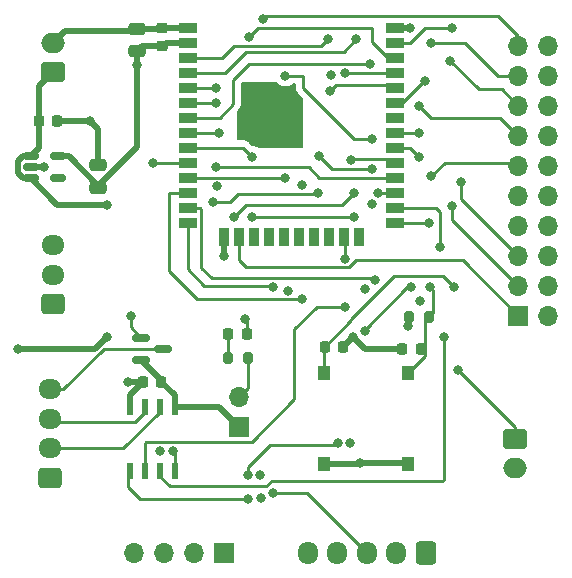
<source format=gtl>
%TF.GenerationSoftware,KiCad,Pcbnew,7.0.9*%
%TF.CreationDate,2023-12-28T11:13:04-05:00*%
%TF.ProjectId,esp32_sensor_node,65737033-325f-4736-956e-736f725f6e6f,rev?*%
%TF.SameCoordinates,Original*%
%TF.FileFunction,Copper,L1,Top*%
%TF.FilePolarity,Positive*%
%FSLAX46Y46*%
G04 Gerber Fmt 4.6, Leading zero omitted, Abs format (unit mm)*
G04 Created by KiCad (PCBNEW 7.0.9) date 2023-12-28 11:13:04*
%MOMM*%
%LPD*%
G01*
G04 APERTURE LIST*
G04 Aperture macros list*
%AMRoundRect*
0 Rectangle with rounded corners*
0 $1 Rounding radius*
0 $2 $3 $4 $5 $6 $7 $8 $9 X,Y pos of 4 corners*
0 Add a 4 corners polygon primitive as box body*
4,1,4,$2,$3,$4,$5,$6,$7,$8,$9,$2,$3,0*
0 Add four circle primitives for the rounded corners*
1,1,$1+$1,$2,$3*
1,1,$1+$1,$4,$5*
1,1,$1+$1,$6,$7*
1,1,$1+$1,$8,$9*
0 Add four rect primitives between the rounded corners*
20,1,$1+$1,$2,$3,$4,$5,0*
20,1,$1+$1,$4,$5,$6,$7,0*
20,1,$1+$1,$6,$7,$8,$9,0*
20,1,$1+$1,$8,$9,$2,$3,0*%
G04 Aperture macros list end*
%TA.AperFunction,SMDPad,CuDef*%
%ADD10R,1.000000X1.250000*%
%TD*%
%TA.AperFunction,SMDPad,CuDef*%
%ADD11RoundRect,0.225000X-0.225000X-0.250000X0.225000X-0.250000X0.225000X0.250000X-0.225000X0.250000X0*%
%TD*%
%TA.AperFunction,ComponentPad*%
%ADD12RoundRect,0.250000X0.750000X-0.600000X0.750000X0.600000X-0.750000X0.600000X-0.750000X-0.600000X0*%
%TD*%
%TA.AperFunction,ComponentPad*%
%ADD13O,2.000000X1.700000*%
%TD*%
%TA.AperFunction,ComponentPad*%
%ADD14RoundRect,0.250000X0.725000X-0.600000X0.725000X0.600000X-0.725000X0.600000X-0.725000X-0.600000X0*%
%TD*%
%TA.AperFunction,ComponentPad*%
%ADD15O,1.950000X1.700000*%
%TD*%
%TA.AperFunction,SMDPad,CuDef*%
%ADD16RoundRect,0.200000X0.200000X0.275000X-0.200000X0.275000X-0.200000X-0.275000X0.200000X-0.275000X0*%
%TD*%
%TA.AperFunction,SMDPad,CuDef*%
%ADD17RoundRect,0.250000X0.475000X-0.250000X0.475000X0.250000X-0.475000X0.250000X-0.475000X-0.250000X0*%
%TD*%
%TA.AperFunction,SMDPad,CuDef*%
%ADD18RoundRect,0.225000X0.225000X0.250000X-0.225000X0.250000X-0.225000X-0.250000X0.225000X-0.250000X0*%
%TD*%
%TA.AperFunction,ComponentPad*%
%ADD19R,1.700000X1.700000*%
%TD*%
%TA.AperFunction,ComponentPad*%
%ADD20O,1.700000X1.700000*%
%TD*%
%TA.AperFunction,SMDPad,CuDef*%
%ADD21RoundRect,0.150000X-0.512500X-0.150000X0.512500X-0.150000X0.512500X0.150000X-0.512500X0.150000X0*%
%TD*%
%TA.AperFunction,ComponentPad*%
%ADD22RoundRect,0.250000X-0.750000X0.600000X-0.750000X-0.600000X0.750000X-0.600000X0.750000X0.600000X0*%
%TD*%
%TA.AperFunction,SMDPad,CuDef*%
%ADD23RoundRect,0.150000X-0.587500X-0.150000X0.587500X-0.150000X0.587500X0.150000X-0.587500X0.150000X0*%
%TD*%
%TA.AperFunction,SMDPad,CuDef*%
%ADD24RoundRect,0.225000X0.250000X-0.225000X0.250000X0.225000X-0.250000X0.225000X-0.250000X-0.225000X0*%
%TD*%
%TA.AperFunction,ComponentPad*%
%ADD25RoundRect,0.250000X0.600000X0.725000X-0.600000X0.725000X-0.600000X-0.725000X0.600000X-0.725000X0*%
%TD*%
%TA.AperFunction,ComponentPad*%
%ADD26O,1.700000X1.950000*%
%TD*%
%TA.AperFunction,SMDPad,CuDef*%
%ADD27R,1.500000X0.900000*%
%TD*%
%TA.AperFunction,SMDPad,CuDef*%
%ADD28R,0.900000X1.500000*%
%TD*%
%TA.AperFunction,SMDPad,CuDef*%
%ADD29R,0.900000X0.900000*%
%TD*%
%TA.AperFunction,SMDPad,CuDef*%
%ADD30R,0.533400X1.460500*%
%TD*%
%TA.AperFunction,SMDPad,CuDef*%
%ADD31RoundRect,0.218750X-0.218750X-0.256250X0.218750X-0.256250X0.218750X0.256250X-0.218750X0.256250X0*%
%TD*%
%TA.AperFunction,SMDPad,CuDef*%
%ADD32RoundRect,0.200000X-0.200000X-0.275000X0.200000X-0.275000X0.200000X0.275000X-0.200000X0.275000X0*%
%TD*%
%TA.AperFunction,ViaPad*%
%ADD33C,0.800000*%
%TD*%
%TA.AperFunction,Conductor*%
%ADD34C,0.500000*%
%TD*%
%TA.AperFunction,Conductor*%
%ADD35C,0.254000*%
%TD*%
G04 APERTURE END LIST*
D10*
%TO.P,SW2,1*%
%TO.N,GND*%
X48360000Y-67186000D03*
%TO.P,SW2,2*%
%TO.N,GPIO0{slash}BOOT*%
X48360000Y-59436000D03*
%TD*%
D11*
%TO.P,C6,1*%
%TO.N,GPIO0{slash}BOOT*%
X48374000Y-57277000D03*
%TO.P,C6,2*%
%TO.N,GND*%
X49924000Y-57277000D03*
%TD*%
D12*
%TO.P,J_PWRIN1,1,Pin_1*%
%TO.N,+5V*%
X25400000Y-33996000D03*
D13*
%TO.P,J_PWRIN1,2,Pin_2*%
%TO.N,GND*%
X25400000Y-31496000D03*
%TD*%
D14*
%TO.P,JST_XH_AIR1,1,Pin_1*%
%TO.N,+3.3V*%
X25400000Y-53641000D03*
D15*
%TO.P,JST_XH_AIR1,2,Pin_2*%
%TO.N,Net-(JST_XH_AIR1-Pin_2)*%
X25400000Y-51141000D03*
%TO.P,JST_XH_AIR1,3,Pin_3*%
%TO.N,GND*%
X25400000Y-48641000D03*
%TD*%
D11*
%TO.P,C7_MAXDECOUP1,1*%
%TO.N,+3.3V*%
X33007000Y-60198000D03*
%TO.P,C7_MAXDECOUP1,2*%
%TO.N,GND*%
X34557000Y-60198000D03*
%TD*%
D14*
%TO.P,JST_XH_SOIL5V1,1,Pin_1*%
%TO.N,+5V*%
X25146000Y-68326000D03*
D15*
%TO.P,JST_XH_SOIL5V1,2,Pin_2*%
%TO.N,Net-(JST_XH_SOIL5V1-Pin_2)*%
X25146000Y-65826000D03*
%TO.P,JST_XH_SOIL5V1,3,Pin_3*%
%TO.N,Net-(JST_XH_SOIL5V1-Pin_3)*%
X25146000Y-63326000D03*
%TO.P,JST_XH_SOIL5V1,4,Pin_4*%
%TO.N,Net-(JST_XH_SOIL5V1-Pin_4)*%
X25146000Y-60826000D03*
%TD*%
D16*
%TO.P,R2,1*%
%TO.N,Net-(JP1-B)*%
X41882000Y-58166000D03*
%TO.P,R2,2*%
%TO.N,Net-(D1-K)*%
X40232000Y-58166000D03*
%TD*%
D17*
%TO.P,C4,2*%
%TO.N,GND*%
X32512000Y-30292000D03*
%TO.P,C4,1*%
%TO.N,+3.3V*%
X32512000Y-32192000D03*
%TD*%
D18*
%TO.P,C5,1*%
%TO.N,RESET*%
X56514000Y-57404000D03*
%TO.P,C5,2*%
%TO.N,GND*%
X54964000Y-57404000D03*
%TD*%
D19*
%TO.P,J_PROG1,1,Pin_1*%
%TO.N,Net-(J_PROG1-Pin_1)*%
X39878000Y-74676000D03*
D20*
%TO.P,J_PROG1,2,Pin_2*%
%TO.N,Net-(J_PROG1-Pin_2)*%
X37338000Y-74676000D03*
%TO.P,J_PROG1,3,Pin_3*%
%TO.N,+5V*%
X34798000Y-74676000D03*
%TO.P,J_PROG1,4,Pin_4*%
%TO.N,GND*%
X32258000Y-74676000D03*
%TD*%
D21*
%TO.P,U1,1,IN*%
%TO.N,+5V*%
X23531400Y-41076800D03*
%TO.P,U1,2,GND*%
%TO.N,GND*%
X23531400Y-42026800D03*
%TO.P,U1,3,EN*%
%TO.N,+5V*%
X23531400Y-42976800D03*
%TO.P,U1,4,BP*%
%TO.N,unconnected-(U1-BP-Pad4)*%
X25806400Y-42976800D03*
%TO.P,U1,5,OUT*%
%TO.N,+3.3V*%
X25806400Y-41076800D03*
%TD*%
D10*
%TO.P,SW1,1*%
%TO.N,GND*%
X55472000Y-67186000D03*
%TO.P,SW1,2*%
%TO.N,RESET*%
X55472000Y-59436000D03*
%TD*%
D22*
%TO.P,J_ACT_OUT1,1,Pin_1*%
%TO.N,Net-(J_ACT_OUT1-Pin_1)*%
X64516000Y-65024000D03*
D13*
%TO.P,J_ACT_OUT1,2,Pin_2*%
%TO.N,GND*%
X64516000Y-67524000D03*
%TD*%
D19*
%TO.P,JP1,1,A*%
%TO.N,GND*%
X41121000Y-64008000D03*
D20*
%TO.P,JP1,2,B*%
%TO.N,Net-(JP1-B)*%
X41121000Y-61468000D03*
%TD*%
D11*
%TO.P,C1,1*%
%TO.N,+5V*%
X24204000Y-38100000D03*
%TO.P,C1,2*%
%TO.N,GND*%
X25754000Y-38100000D03*
%TD*%
D17*
%TO.P,C2,1*%
%TO.N,+3.3V*%
X29210000Y-43762000D03*
%TO.P,C2,2*%
%TO.N,GND*%
X29210000Y-41862000D03*
%TD*%
D19*
%TO.P,J1,1,Pin_1*%
%TO.N,GPIO13*%
X64770000Y-54610000D03*
D20*
%TO.P,J1,2,Pin_2*%
%TO.N,+3.3V*%
X67310000Y-54610000D03*
%TO.P,J1,3,Pin_3*%
%TO.N,GPIO18*%
X64770000Y-52070000D03*
%TO.P,J1,4,Pin_4*%
%TO.N,+3.3V*%
X67310000Y-52070000D03*
%TO.P,J1,5,Pin_5*%
%TO.N,GPIO19*%
X64770000Y-49530000D03*
%TO.P,J1,6,Pin_6*%
%TO.N,GND*%
X67310000Y-49530000D03*
%TO.P,J1,7,Pin_7*%
%TO.N,GPIO21*%
X64770000Y-46990000D03*
%TO.P,J1,8,Pin_8*%
%TO.N,GND*%
X67310000Y-46990000D03*
%TO.P,J1,9,Pin_9*%
%TO.N,GPIO23*%
X64770000Y-44450000D03*
%TO.P,J1,10,Pin_10*%
%TO.N,GND*%
X67310000Y-44450000D03*
%TO.P,J1,11,Pin_11*%
%TO.N,GPIO26*%
X64770000Y-41910000D03*
%TO.P,J1,12,Pin_12*%
%TO.N,GND*%
X67310000Y-41910000D03*
%TO.P,J1,13,Pin_13*%
%TO.N,GPIO34*%
X64770000Y-39370000D03*
%TO.P,J1,14,Pin_14*%
%TO.N,GND*%
X67310000Y-39370000D03*
%TO.P,J1,15,Pin_15*%
%TO.N,GPIO35*%
X64770000Y-36830000D03*
%TO.P,J1,16,Pin_16*%
%TO.N,GND*%
X67310000Y-36830000D03*
%TO.P,J1,17,Pin_17*%
%TO.N,GPIO36*%
X64770000Y-34290000D03*
%TO.P,J1,18,Pin_18*%
%TO.N,GND*%
X67310000Y-34290000D03*
%TO.P,J1,19,Pin_19*%
%TO.N,GPIO39*%
X64770000Y-31750000D03*
%TO.P,J1,20,Pin_20*%
%TO.N,GND*%
X67310000Y-31750000D03*
%TD*%
D23*
%TO.P,Q1,1,G*%
%TO.N,SENSOR_EN*%
X32844500Y-56454000D03*
%TO.P,Q1,2,S*%
%TO.N,GND*%
X32844500Y-58354000D03*
%TO.P,Q1,3,D*%
%TO.N,Net-(JST_XH_SOIL5V1-Pin_4)*%
X34719500Y-57404000D03*
%TD*%
D24*
%TO.P,C3,2*%
%TO.N,GND*%
X34644000Y-30213000D03*
%TO.P,C3,1*%
%TO.N,+3.3V*%
X34644000Y-31763000D03*
%TD*%
D25*
%TO.P,JST_XH_CC1,1,Pin_1*%
%TO.N,ACT_IN*%
X56956000Y-74676000D03*
D26*
%TO.P,JST_XH_CC1,2,Pin_2*%
%TO.N,TX_CC*%
X54456000Y-74676000D03*
%TO.P,JST_XH_CC1,3,Pin_3*%
%TO.N,RX_CC*%
X51956000Y-74676000D03*
%TO.P,JST_XH_CC1,4,Pin_4*%
%TO.N,RDY*%
X49456000Y-74676000D03*
%TO.P,JST_XH_CC1,5,Pin_5*%
%TO.N,WKP*%
X46956000Y-74676000D03*
%TD*%
D27*
%TO.P,U2,1,GND*%
%TO.N,GND*%
X36816000Y-30226000D03*
%TO.P,U2,2,3V3*%
%TO.N,+3.3V*%
X36816000Y-31496000D03*
%TO.P,U2,3,EN/CHIP_PU*%
%TO.N,RESET*%
X36816000Y-32766000D03*
%TO.P,U2,4,SENSOR_VP/GPIO36/ADC1_CH0*%
%TO.N,GPIO36*%
X36816000Y-34036000D03*
%TO.P,U2,5,SENSOR_VN/GPIO39/ADC1_CH3*%
%TO.N,GPIO39*%
X36816000Y-35306000D03*
%TO.P,U2,6,GPIO34/ADC1_CH6*%
%TO.N,GPIO34*%
X36816000Y-36576000D03*
%TO.P,U2,7,GPIO35/ADC1_CH7*%
%TO.N,GPIO35*%
X36816000Y-37846000D03*
%TO.P,U2,8,32K_XP/GPIO32/ADC1_CH4*%
%TO.N,Net-(J_ACT_OUT1-Pin_1)*%
X36816000Y-39116000D03*
%TO.P,U2,9,32K_XN/GPIO33/ADC1_CH5*%
%TO.N,ACT_IN*%
X36816000Y-40386000D03*
%TO.P,U2,10,DAC_1/ADC2_CH8/GPIO25*%
%TO.N,SENSOR_EN*%
X36816000Y-41656000D03*
%TO.P,U2,11,DAC_2/ADC2_CH9/GPIO26*%
%TO.N,GPIO26*%
X36816000Y-42926000D03*
%TO.P,U2,12,ADC2_CH7/GPIO27*%
%TO.N,WKP*%
X36816000Y-44196000D03*
%TO.P,U2,13,MTMS/GPIO14/ADC2_CH6*%
%TO.N,TX_CC*%
X36816000Y-45466000D03*
%TO.P,U2,14,MTDI/GPIO12/ADC2_CH5*%
%TO.N,RX_CC*%
X36816000Y-46736000D03*
D28*
%TO.P,U2,15,GND*%
%TO.N,GND*%
X39846000Y-47986000D03*
%TO.P,U2,16,MTCK/GPIO13/ADC2_CH4*%
%TO.N,GPIO13*%
X41116000Y-47986000D03*
%TO.P,U2,17*%
%TO.N,N/C*%
X42386000Y-47986000D03*
%TO.P,U2,18*%
X43656000Y-47986000D03*
%TO.P,U2,19*%
X44926000Y-47986000D03*
%TO.P,U2,20*%
X46196000Y-47986000D03*
%TO.P,U2,21*%
X47466000Y-47986000D03*
%TO.P,U2,22*%
X48736000Y-47986000D03*
%TO.P,U2,23,MTDO/GPIO15/ADC2_CH3*%
%TO.N,RS485_\u002ARE*%
X50006000Y-47986000D03*
%TO.P,U2,24,ADC2_CH2/GPIO2*%
%TO.N,GPIO2_DONT_USE*%
X51276000Y-47986000D03*
D27*
%TO.P,U2,25,GPIO0/BOOT/ADC2_CH1*%
%TO.N,GPIO0{slash}BOOT*%
X54316000Y-46736000D03*
%TO.P,U2,26,ADC2_CH0/GPIO4*%
%TO.N,Net-(U2-ADC2_CH0{slash}GPIO4)*%
X54316000Y-45466000D03*
%TO.P,U2,27,GPIO16*%
%TO.N,Net-(U2-GPIO16)*%
X54316000Y-44196000D03*
%TO.P,U2,28,GPIO17*%
%TO.N,Net-(U2-GPIO17)*%
X54316000Y-42926000D03*
%TO.P,U2,29,GPIO5*%
%TO.N,RDY*%
X54316000Y-41656000D03*
%TO.P,U2,30,GPIO18*%
%TO.N,GPIO18*%
X54316000Y-40386000D03*
%TO.P,U2,31,GPIO19*%
%TO.N,GPIO19*%
X54316000Y-39116000D03*
%TO.P,U2,32*%
%TO.N,N/C*%
X54316000Y-37846000D03*
%TO.P,U2,33,GPIO21*%
%TO.N,GPIO21*%
X54316000Y-36576000D03*
%TO.P,U2,34,U0RXD/GPIO3*%
%TO.N,Net-(J_PROG1-Pin_1)*%
X54316000Y-35306000D03*
%TO.P,U2,35,U0TXD/GPIO1*%
%TO.N,Net-(J_PROG1-Pin_2)*%
X54316000Y-34036000D03*
%TO.P,U2,36,GPIO22*%
%TO.N,Net-(JST_XH_AIR1-Pin_2)*%
X54316000Y-32766000D03*
%TO.P,U2,37,GPIO23*%
%TO.N,GPIO23*%
X54316000Y-31496000D03*
%TO.P,U2,38,GND*%
%TO.N,GND*%
X54316000Y-30226000D03*
D29*
%TO.P,U2,39,GND_THERMAL*%
X42666000Y-36546000D03*
X42666000Y-36546000D03*
X42666000Y-37946000D03*
X42666000Y-39346000D03*
X42666000Y-39346000D03*
X44066000Y-36546000D03*
X44066000Y-37946000D03*
X44066000Y-39346000D03*
X44066000Y-39346000D03*
X45466000Y-36546000D03*
X45466000Y-37946000D03*
X45466000Y-39346000D03*
%TD*%
D30*
%TO.P,U3,1,RO*%
%TO.N,Net-(U2-GPIO16)*%
X31877000Y-67748150D03*
%TO.P,U3,2,\u002ARE*%
%TO.N,RS485_\u002ARE*%
X33147000Y-67748150D03*
%TO.P,U3,3,DE*%
%TO.N,Net-(U2-ADC2_CH0{slash}GPIO4)*%
X34417000Y-67748150D03*
%TO.P,U3,4,DI*%
%TO.N,Net-(U2-GPIO17)*%
X35687000Y-67748150D03*
%TO.P,U3,5,GND*%
%TO.N,GND*%
X35687000Y-62299850D03*
%TO.P,U3,6,A*%
%TO.N,Net-(JST_XH_SOIL5V1-Pin_2)*%
X34417000Y-62299850D03*
%TO.P,U3,7,B*%
%TO.N,Net-(JST_XH_SOIL5V1-Pin_3)*%
X33147000Y-62299850D03*
%TO.P,U3,8,VCC*%
%TO.N,+3.3V*%
X31877000Y-62299850D03*
%TD*%
D31*
%TO.P,D1,1,K*%
%TO.N,Net-(D1-K)*%
X40232000Y-56134000D03*
%TO.P,D1,2,A*%
%TO.N,+3.3V*%
X41807000Y-56134000D03*
%TD*%
D32*
%TO.P,R1,1*%
%TO.N,+3.3V*%
X55563000Y-54711600D03*
%TO.P,R1,2*%
%TO.N,RESET*%
X57213000Y-54711600D03*
%TD*%
D33*
%TO.N,+5V*%
X22452000Y-57404000D03*
X29972000Y-56388000D03*
X29972000Y-45212000D03*
%TO.N,+3.3V*%
X31750000Y-60198000D03*
X55472000Y-55499000D03*
X32512000Y-33401000D03*
X41656000Y-54864000D03*
%TO.N,GPIO18*%
X56388000Y-41148000D03*
X59182000Y-45339000D03*
%TO.N,GPIO19*%
X56388000Y-39116000D03*
X59944000Y-43307000D03*
%TO.N,GPIO21*%
X56845200Y-34696400D03*
%TO.N,GPIO23*%
X59182000Y-30226000D03*
%TO.N,GPIO26*%
X45058000Y-42926000D03*
X52424000Y-42164000D03*
X57404000Y-42799000D03*
X47904400Y-41046400D03*
%TO.N,ACT_IN*%
X42264000Y-46228000D03*
X50836500Y-46291500D03*
X42264000Y-41148000D03*
%TO.N,TX_CC*%
X52678000Y-51562000D03*
%TO.N,RX_CC*%
X44042000Y-52205500D03*
X44042000Y-69596000D03*
%TO.N,GPIO34*%
X52424000Y-39624000D03*
X56388000Y-36830000D03*
X39216000Y-36576000D03*
X45058000Y-34290000D03*
%TO.N,RDY*%
X50646000Y-41402000D03*
%TO.N,GPIO35*%
X59028000Y-33020000D03*
X52197000Y-33309500D03*
%TO.N,WKP*%
X46455000Y-53213000D03*
%TO.N,GPIO36*%
X57404000Y-31496000D03*
X51054000Y-31191200D03*
%TO.N,GPIO39*%
X39216000Y-35306000D03*
X43153000Y-29464000D03*
%TO.N,Net-(JST_XH_AIR1-Pin_2)*%
X42010000Y-30988000D03*
%TO.N,Net-(J_PROG1-Pin_1)*%
X48868000Y-35560000D03*
%TO.N,Net-(J_PROG1-Pin_2)*%
X47852000Y-44196000D03*
X50138000Y-34036000D03*
X38962000Y-44958000D03*
%TO.N,SENSOR_EN*%
X31977000Y-54610000D03*
X33882000Y-41656000D03*
%TO.N,RS485_\u002ARE*%
X50138000Y-49784000D03*
X50138000Y-53848000D03*
%TO.N,GND*%
X51765200Y-52374800D03*
X56489600Y-53340000D03*
X50808500Y-56388000D03*
X43027600Y-70053200D03*
X52374800Y-45110400D03*
X44957500Y-37338000D03*
X51408000Y-67056000D03*
X44957500Y-38608000D03*
X55626000Y-30226000D03*
X45262800Y-52476400D03*
X28548000Y-38100000D03*
X48920400Y-34239200D03*
X46431200Y-43535600D03*
X50572064Y-65354864D03*
X42909503Y-68072000D03*
X24638000Y-42011600D03*
X43534000Y-38608000D03*
X39846000Y-49530000D03*
X43280000Y-37338000D03*
X34442400Y-66040000D03*
X39242511Y-43652500D03*
%TO.N,RESET*%
X48666400Y-31140400D03*
X57277000Y-52197000D03*
%TO.N,GPIO0{slash}BOOT*%
X57250000Y-46736000D03*
X59309000Y-52197000D03*
%TO.N,Net-(U2-ADC2_CH0{slash}GPIO4)*%
X58520000Y-56388000D03*
X58166000Y-48768000D03*
%TO.N,Net-(U2-GPIO16)*%
X51789000Y-55880000D03*
X41910000Y-70104000D03*
X41910000Y-68072000D03*
X55709545Y-52215912D03*
X52932000Y-44196000D03*
X49494500Y-65405000D03*
%TO.N,Net-(U2-GPIO17)*%
X35560000Y-66040000D03*
X39216000Y-42037000D03*
%TO.N,Net-(J_ACT_OUT1-Pin_1)*%
X39470000Y-39116000D03*
X50900000Y-44196000D03*
X59690000Y-59182000D03*
X40740000Y-46228000D03*
%TD*%
D34*
%TO.N,+3.3V*%
X32512000Y-32192000D02*
X32512000Y-33401000D01*
X34644000Y-31763000D02*
X32941000Y-31763000D01*
X32941000Y-31763000D02*
X32512000Y-32192000D01*
%TO.N,GND*%
X32512000Y-30292000D02*
X34565000Y-30292000D01*
X34565000Y-30292000D02*
X34644000Y-30213000D01*
%TO.N,+3.3V*%
X34911000Y-31496000D02*
X36816000Y-31496000D01*
X34644000Y-31763000D02*
X34911000Y-31496000D01*
%TO.N,GND*%
X36816000Y-30226000D02*
X34657000Y-30226000D01*
X34657000Y-30226000D02*
X34644000Y-30213000D01*
%TO.N,+5V*%
X22868901Y-42976800D02*
X23531400Y-42976800D01*
X24204000Y-40404200D02*
X23531400Y-41076800D01*
X25766600Y-45212000D02*
X29972000Y-45212000D01*
X22418900Y-41526801D02*
X22418900Y-42526799D01*
X24204000Y-35192000D02*
X25400000Y-33996000D01*
X24204000Y-38100000D02*
X24204000Y-40404200D01*
X23531400Y-41076800D02*
X22868901Y-41076800D01*
X23531400Y-42976800D02*
X25766600Y-45212000D01*
X22418900Y-42526799D02*
X22868901Y-42976800D01*
X24204000Y-38100000D02*
X24204000Y-35192000D01*
X22452000Y-57404000D02*
X28956000Y-57404000D01*
X28956000Y-57404000D02*
X29972000Y-56388000D01*
X22868901Y-41076800D02*
X22418900Y-41526801D01*
%TO.N,+3.3V*%
X26699800Y-41076800D02*
X29210000Y-43587000D01*
D35*
X41807000Y-55015000D02*
X41656000Y-54864000D01*
X41807000Y-56134000D02*
X41807000Y-55015000D01*
D34*
X55563000Y-54711600D02*
X55472000Y-54802600D01*
X29210000Y-43587000D02*
X32512000Y-40285000D01*
X31877000Y-62299850D02*
X31877000Y-61328000D01*
X32512000Y-40285000D02*
X32512000Y-33401000D01*
X31750000Y-60198000D02*
X33007000Y-60198000D01*
X31877000Y-61328000D02*
X33007000Y-60198000D01*
X55472000Y-54802600D02*
X55472000Y-55499000D01*
X25806400Y-41076800D02*
X26699800Y-41076800D01*
D35*
%TO.N,GPIO18*%
X59182000Y-46482000D02*
X64516000Y-51816000D01*
X55626000Y-40386000D02*
X54316000Y-40386000D01*
X56388000Y-41148000D02*
X55626000Y-40386000D01*
X59182000Y-45339000D02*
X59182000Y-46482000D01*
%TO.N,GPIO19*%
X59944000Y-43307000D02*
X59944000Y-44704000D01*
X59944000Y-44704000D02*
X64770000Y-49530000D01*
X56388000Y-39116000D02*
X54316000Y-39116000D01*
%TO.N,GPIO21*%
X56845200Y-34696400D02*
X56779600Y-34696400D01*
X56779600Y-34696400D02*
X54900000Y-36576000D01*
%TO.N,GPIO23*%
X56896000Y-30226000D02*
X55626000Y-31496000D01*
X55626000Y-31496000D02*
X54316000Y-31496000D01*
X59182000Y-30226000D02*
X56896000Y-30226000D01*
%TO.N,GPIO26*%
X49022000Y-42164000D02*
X52424000Y-42164000D01*
X58547000Y-41656000D02*
X64516000Y-41656000D01*
X57404000Y-42799000D02*
X58547000Y-41656000D01*
X45058000Y-42926000D02*
X36816000Y-42926000D01*
X47904400Y-41046400D02*
X49022000Y-42164000D01*
%TO.N,GPIO13*%
X41721000Y-50511000D02*
X50439134Y-50511000D01*
X50439134Y-50511000D02*
X51039134Y-49911000D01*
X60071000Y-49911000D02*
X64516000Y-54356000D01*
X41116000Y-47986000D02*
X41116000Y-49906000D01*
X41116000Y-49906000D02*
X41721000Y-50511000D01*
X51039134Y-49911000D02*
X60071000Y-49911000D01*
%TO.N,ACT_IN*%
X41502000Y-40386000D02*
X36816000Y-40386000D01*
X42264000Y-41148000D02*
X41502000Y-40386000D01*
X50773000Y-46228000D02*
X50836500Y-46291500D01*
X42264000Y-46228000D02*
X50773000Y-46228000D01*
%TO.N,TX_CC*%
X38843000Y-51443000D02*
X37946000Y-50546000D01*
X37946000Y-45592000D02*
X37820000Y-45466000D01*
X52559000Y-51443000D02*
X38843000Y-51443000D01*
X37820000Y-45466000D02*
X36816000Y-45466000D01*
X52678000Y-51562000D02*
X52559000Y-51443000D01*
X37946000Y-50546000D02*
X37946000Y-45592000D01*
%TO.N,RX_CC*%
X43906500Y-52070000D02*
X38200000Y-52070000D01*
X46876000Y-69596000D02*
X44042000Y-69596000D01*
X44042000Y-52205500D02*
X43906500Y-52070000D01*
X51956000Y-74676000D02*
X46876000Y-69596000D01*
X36816000Y-50686000D02*
X36816000Y-46736000D01*
X38200000Y-52070000D02*
X36816000Y-50686000D01*
%TO.N,GPIO34*%
X46582000Y-34290000D02*
X46582000Y-35306000D01*
X46582000Y-35306000D02*
X50900000Y-39624000D01*
X57404000Y-37846000D02*
X63246000Y-37846000D01*
X39216000Y-36576000D02*
X36816000Y-36576000D01*
X56388000Y-36830000D02*
X57404000Y-37846000D01*
X45058000Y-34290000D02*
X46582000Y-34290000D01*
X63246000Y-37846000D02*
X64770000Y-39370000D01*
X50900000Y-39624000D02*
X52424000Y-39624000D01*
%TO.N,RDY*%
X50738000Y-41310000D02*
X53970000Y-41310000D01*
X53970000Y-41310000D02*
X54316000Y-41656000D01*
X50646000Y-41402000D02*
X50738000Y-41310000D01*
%TO.N,GPIO35*%
X61441000Y-35433000D02*
X63373000Y-35433000D01*
X40640000Y-34671000D02*
X42001500Y-33309500D01*
X59028000Y-33020000D02*
X61441000Y-35433000D01*
X36816000Y-37846000D02*
X39497000Y-37846000D01*
X40640000Y-36703000D02*
X40640000Y-34671000D01*
X42001500Y-33309500D02*
X52197000Y-33309500D01*
X39497000Y-37846000D02*
X40640000Y-36703000D01*
X63373000Y-35433000D02*
X64770000Y-36830000D01*
%TO.N,WKP*%
X46455000Y-53213000D02*
X45847000Y-53213000D01*
X35179000Y-50827000D02*
X35179000Y-44196000D01*
X45847000Y-53213000D02*
X37565000Y-53213000D01*
X37565000Y-53213000D02*
X35179000Y-50827000D01*
X35179000Y-44196000D02*
X36816000Y-44196000D01*
%TO.N,GPIO36*%
X39978000Y-34036000D02*
X36816000Y-34036000D01*
X63092000Y-34290000D02*
X64770000Y-34290000D01*
X41756000Y-32258000D02*
X39978000Y-34036000D01*
X57404000Y-31496000D02*
X60298000Y-31496000D01*
X49987200Y-32258000D02*
X41756000Y-32258000D01*
X51054000Y-31191200D02*
X49987200Y-32258000D01*
X60298000Y-31496000D02*
X63092000Y-34290000D01*
%TO.N,GPIO39*%
X63092000Y-29210000D02*
X43407000Y-29210000D01*
X43407000Y-29210000D02*
X43153000Y-29464000D01*
X39216000Y-35306000D02*
X36816000Y-35306000D01*
X64770000Y-31750000D02*
X64770000Y-30888000D01*
X64770000Y-30888000D02*
X63092000Y-29210000D01*
%TO.N,Net-(JST_XH_AIR1-Pin_2)*%
X52424000Y-31458000D02*
X52424000Y-30226000D01*
X52424000Y-30226000D02*
X42772000Y-30226000D01*
X53732000Y-32766000D02*
X52424000Y-31458000D01*
X42772000Y-30226000D02*
X42010000Y-30988000D01*
%TO.N,Net-(JST_XH_SOIL5V1-Pin_2)*%
X25146000Y-65826000D02*
X31354400Y-65826000D01*
X31354400Y-65826000D02*
X34417000Y-62763400D01*
%TO.N,Net-(JST_XH_SOIL5V1-Pin_3)*%
X25431100Y-63611100D02*
X32299300Y-63611100D01*
X32299300Y-63611100D02*
X33147000Y-62763400D01*
%TO.N,Net-(JST_XH_SOIL5V1-Pin_4)*%
X26246764Y-60826000D02*
X25146000Y-60826000D01*
X29668764Y-57404000D02*
X26246764Y-60826000D01*
X34719500Y-57404000D02*
X29668764Y-57404000D01*
%TO.N,Net-(J_PROG1-Pin_1)*%
X49376000Y-35052000D02*
X54062000Y-35052000D01*
X48868000Y-35560000D02*
X49376000Y-35052000D01*
%TO.N,Net-(J_PROG1-Pin_2)*%
X38962000Y-44958000D02*
X40386000Y-44958000D01*
X40386000Y-44958000D02*
X41081400Y-44262600D01*
X47785400Y-44262600D02*
X47852000Y-44196000D01*
X54316000Y-34036000D02*
X50138000Y-34036000D01*
X41081400Y-44262600D02*
X47785400Y-44262600D01*
%TO.N,SENSOR_EN*%
X32844500Y-56454000D02*
X31977000Y-55586500D01*
X31977000Y-55586500D02*
X31977000Y-54610000D01*
X33882000Y-41656000D02*
X36816000Y-41656000D01*
%TO.N,RS485_\u002ARE*%
X47725000Y-53848000D02*
X50138000Y-53848000D01*
X33147000Y-65405000D02*
X33274000Y-65278000D01*
X50138000Y-49784000D02*
X50138000Y-48118000D01*
X33147000Y-67748150D02*
X33147000Y-65405000D01*
X42205000Y-65278000D02*
X45820000Y-61663000D01*
X45820000Y-61663000D02*
X45820000Y-55753000D01*
X45820000Y-55753000D02*
X47725000Y-53848000D01*
X33274000Y-65278000D02*
X42205000Y-65278000D01*
D34*
%TO.N,GND*%
X24622800Y-42026800D02*
X24638000Y-42011600D01*
X51824500Y-57404000D02*
X54964000Y-57404000D01*
X34557000Y-60066500D02*
X32844500Y-58354000D01*
X51408000Y-67056000D02*
X55342000Y-67056000D01*
X35687000Y-61328000D02*
X35687000Y-62299850D01*
X25400000Y-31496000D02*
X26416000Y-30480000D01*
X29210000Y-38762000D02*
X28548000Y-38100000D01*
X54316000Y-30226000D02*
X55626000Y-30226000D01*
X23531400Y-42026800D02*
X24622800Y-42026800D01*
X50808500Y-56388000D02*
X51824500Y-57404000D01*
X50808500Y-56392500D02*
X49924000Y-57277000D01*
X39412850Y-62299850D02*
X41121000Y-64008000D01*
X39846000Y-49530000D02*
X39846000Y-47986000D01*
X35687000Y-62299850D02*
X39412850Y-62299850D01*
X48360000Y-67186000D02*
X51278000Y-67186000D01*
X51278000Y-67186000D02*
X51408000Y-67056000D01*
X29210000Y-42037000D02*
X29210000Y-38762000D01*
X25754000Y-38100000D02*
X28548000Y-38100000D01*
X34557000Y-60198000D02*
X35687000Y-61328000D01*
X50808500Y-56388000D02*
X50808500Y-56392500D01*
X26416000Y-30480000D02*
X32324000Y-30480000D01*
D35*
%TO.N,RESET*%
X56895000Y-58013000D02*
X56895000Y-55029600D01*
X57277000Y-52197000D02*
X57556400Y-52476400D01*
X39724000Y-32766000D02*
X36816000Y-32766000D01*
X56895000Y-55029600D02*
X57213000Y-54711600D01*
X57556400Y-52476400D02*
X57556400Y-54368200D01*
X48666400Y-31140400D02*
X48056800Y-31750000D01*
X40740000Y-31750000D02*
X39724000Y-32766000D01*
X55472000Y-59436000D02*
X56895000Y-58013000D01*
X48056800Y-31750000D02*
X40740000Y-31750000D01*
X57556400Y-54368200D02*
X57213000Y-54711600D01*
%TO.N,Net-(JP1-B)*%
X41882000Y-60707000D02*
X41121000Y-61468000D01*
X41882000Y-58166000D02*
X41882000Y-60707000D01*
%TO.N,GPIO0{slash}BOOT*%
X50646000Y-54864000D02*
X50646000Y-55005000D01*
X54237500Y-51272500D02*
X50646000Y-54864000D01*
X48360000Y-59436000D02*
X48360000Y-57291000D01*
X57250000Y-46736000D02*
X54316000Y-46736000D01*
X48360000Y-57291000D02*
X48374000Y-57277000D01*
X58384500Y-51272500D02*
X54237500Y-51272500D01*
X59309000Y-52197000D02*
X58384500Y-51272500D01*
X50646000Y-55005000D02*
X48374000Y-57277000D01*
%TO.N,Net-(D1-K)*%
X40232000Y-58166000D02*
X40232000Y-56134000D01*
%TO.N,Net-(U2-ADC2_CH0{slash}GPIO4)*%
X58520000Y-68453000D02*
X58393000Y-68580000D01*
X35277400Y-69059400D02*
X34290000Y-68072000D01*
X58520000Y-56388000D02*
X58520000Y-68453000D01*
X58166000Y-48768000D02*
X58166000Y-45798000D01*
X43435600Y-69059400D02*
X35277400Y-69059400D01*
X57834000Y-45466000D02*
X54316000Y-45466000D01*
X58393000Y-68580000D02*
X43915000Y-68580000D01*
X43915000Y-68580000D02*
X43435600Y-69059400D01*
X58166000Y-45798000D02*
X57834000Y-45466000D01*
%TO.N,Net-(U2-GPIO16)*%
X43788000Y-65532000D02*
X41910000Y-67410000D01*
X41910000Y-70104000D02*
X32766000Y-70104000D01*
X31750000Y-68129150D02*
X31750000Y-69142000D01*
X52932000Y-44196000D02*
X54316000Y-44196000D01*
X51789000Y-55805400D02*
X51789000Y-55880000D01*
X32766000Y-70104000D02*
X31777000Y-69115000D01*
X49367500Y-65532000D02*
X43788000Y-65532000D01*
X55378488Y-52215912D02*
X51789000Y-55805400D01*
X55709545Y-52215912D02*
X55378488Y-52215912D01*
X41910000Y-67410000D02*
X41910000Y-68072000D01*
X49494500Y-65405000D02*
X49367500Y-65532000D01*
%TO.N,Net-(U2-GPIO17)*%
X47052700Y-42037000D02*
X47941700Y-42926000D01*
X35560000Y-66040000D02*
X35687000Y-66167000D01*
X39216000Y-42037000D02*
X47052700Y-42037000D01*
X35687000Y-66167000D02*
X35687000Y-67748150D01*
X47941700Y-42926000D02*
X54316000Y-42926000D01*
%TO.N,Net-(J_ACT_OUT1-Pin_1)*%
X49884000Y-45212000D02*
X50900000Y-44196000D01*
X40740000Y-46228000D02*
X41756000Y-45212000D01*
X39470000Y-39116000D02*
X36816000Y-39116000D01*
X41756000Y-45212000D02*
X49884000Y-45212000D01*
X59690000Y-59182000D02*
X64516000Y-64008000D01*
X64516000Y-64008000D02*
X64516000Y-65024000D01*
%TD*%
%TA.AperFunction,Conductor*%
%TO.N,GND*%
G36*
X44315494Y-34817685D02*
G01*
X44340605Y-34839028D01*
X44452129Y-34962888D01*
X44605265Y-35074148D01*
X44605270Y-35074151D01*
X44778192Y-35151142D01*
X44778197Y-35151144D01*
X44963354Y-35190500D01*
X44963355Y-35190500D01*
X45152644Y-35190500D01*
X45152646Y-35190500D01*
X45337803Y-35151144D01*
X45510730Y-35074151D01*
X45663871Y-34962888D01*
X45667799Y-34958525D01*
X45727286Y-34921879D01*
X45759947Y-34917500D01*
X45830500Y-34917500D01*
X45897539Y-34937185D01*
X45943294Y-34989989D01*
X45954500Y-35041500D01*
X45954500Y-35223032D01*
X45952772Y-35238681D01*
X45953054Y-35238708D01*
X45952319Y-35246475D01*
X45954500Y-35315859D01*
X45954500Y-35345477D01*
X45955371Y-35352380D01*
X45955829Y-35358199D01*
X45957298Y-35404942D01*
X45962916Y-35424275D01*
X45966862Y-35443329D01*
X45969383Y-35463287D01*
X45969386Y-35463299D01*
X45986595Y-35506765D01*
X45988487Y-35512293D01*
X46001530Y-35557187D01*
X46001530Y-35557188D01*
X46011777Y-35574515D01*
X46020335Y-35591985D01*
X46027745Y-35610701D01*
X46055229Y-35648529D01*
X46058437Y-35653413D01*
X46082234Y-35693652D01*
X46082240Y-35693660D01*
X46096469Y-35707888D01*
X46109109Y-35722687D01*
X46120934Y-35738964D01*
X46120936Y-35738965D01*
X46120937Y-35738967D01*
X46156957Y-35768765D01*
X46161268Y-35772687D01*
X46545681Y-36157100D01*
X46579166Y-36218423D01*
X46582000Y-36244781D01*
X46582000Y-40262000D01*
X46562315Y-40329039D01*
X46509511Y-40374794D01*
X46458000Y-40386000D01*
X42787509Y-40386000D01*
X42722471Y-40366902D01*
X42722359Y-40367098D01*
X42721554Y-40366633D01*
X42720470Y-40366315D01*
X42717577Y-40364337D01*
X42716733Y-40363850D01*
X42543807Y-40286857D01*
X42543802Y-40286855D01*
X42398001Y-40255865D01*
X42358646Y-40247500D01*
X42358645Y-40247500D01*
X42302281Y-40247500D01*
X42235242Y-40227815D01*
X42214600Y-40211181D01*
X42004376Y-40000957D01*
X41994531Y-39988668D01*
X41994313Y-39988849D01*
X41989340Y-39982838D01*
X41985797Y-39979511D01*
X41938741Y-39935322D01*
X41928268Y-39924849D01*
X41917797Y-39914377D01*
X41912296Y-39910111D01*
X41907848Y-39906312D01*
X41873768Y-39874308D01*
X41873763Y-39874304D01*
X41856122Y-39864606D01*
X41839857Y-39853922D01*
X41823963Y-39841593D01*
X41823962Y-39841592D01*
X41801212Y-39831747D01*
X41781054Y-39823023D01*
X41775807Y-39820453D01*
X41734837Y-39797929D01*
X41734828Y-39797926D01*
X41715334Y-39792920D01*
X41696933Y-39786620D01*
X41678459Y-39778626D01*
X41678452Y-39778624D01*
X41632287Y-39771313D01*
X41626563Y-39770128D01*
X41581279Y-39758500D01*
X41581272Y-39758500D01*
X41561142Y-39758500D01*
X41541743Y-39756973D01*
X41521868Y-39753825D01*
X41521867Y-39753825D01*
X41475321Y-39758225D01*
X41469483Y-39758500D01*
X41118000Y-39758500D01*
X41050961Y-39738815D01*
X41005206Y-39686011D01*
X40994000Y-39634500D01*
X40994000Y-37289360D01*
X41013685Y-37222321D01*
X41038960Y-37193816D01*
X41043154Y-37190344D01*
X41043162Y-37190340D01*
X41090677Y-37139741D01*
X41111623Y-37118796D01*
X41115892Y-37113290D01*
X41119676Y-37108859D01*
X41151693Y-37074767D01*
X41161389Y-37057128D01*
X41172073Y-37040861D01*
X41184408Y-37024962D01*
X41202983Y-36982035D01*
X41205541Y-36976816D01*
X41228072Y-36935834D01*
X41233076Y-36916338D01*
X41239378Y-36897933D01*
X41247374Y-36879459D01*
X41254690Y-36833259D01*
X41255868Y-36827572D01*
X41267500Y-36782272D01*
X41267500Y-36762141D01*
X41269027Y-36742741D01*
X41272175Y-36722867D01*
X41267775Y-36676321D01*
X41267500Y-36670483D01*
X41267500Y-34982281D01*
X41287185Y-34915242D01*
X41303819Y-34894600D01*
X41364100Y-34834319D01*
X41425423Y-34800834D01*
X41451781Y-34798000D01*
X44248455Y-34798000D01*
X44315494Y-34817685D01*
G37*
%TD.AperFunction*%
%TD*%
M02*

</source>
